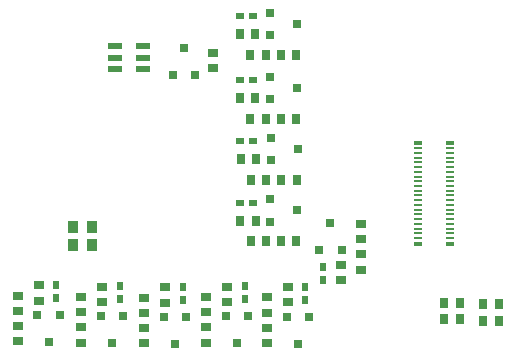
<source format=gbp>
G04*
G04 #@! TF.GenerationSoftware,Altium Limited,Altium Designer,24.6.1 (21)*
G04*
G04 Layer_Color=128*
%FSLAX44Y44*%
%MOMM*%
G71*
G04*
G04 #@! TF.SameCoordinates,1D6BFCF7-E5C1-4F87-9DC2-EC4CBAB5B703*
G04*
G04*
G04 #@! TF.FilePolarity,Positive*
G04*
G01*
G75*
%ADD19R,0.9000X1.0500*%
%ADD22R,0.5000X0.7000*%
%ADD23R,0.8000X0.9500*%
%ADD25R,0.9500X0.8000*%
%ADD57R,0.7620X0.7620*%
%ADD58R,0.7000X0.5000*%
%ADD59R,1.2000X0.6000*%
%ADD60R,0.6600X0.3200*%
%ADD61R,0.6600X0.2000*%
%ADD62R,0.7620X0.7620*%
D19*
X135250Y130750D02*
D03*
X119250D02*
D03*
X135250Y146250D02*
D03*
X119250D02*
D03*
D22*
X330915Y112000D02*
D03*
Y101000D02*
D03*
X212418Y84580D02*
D03*
Y95580D02*
D03*
X158909Y85000D02*
D03*
Y96000D02*
D03*
X105250Y86250D02*
D03*
Y97250D02*
D03*
X316250Y84750D02*
D03*
Y95750D02*
D03*
X264700Y85000D02*
D03*
Y96000D02*
D03*
D23*
X446750Y82250D02*
D03*
X433750D02*
D03*
X446750Y68000D02*
D03*
X433750D02*
D03*
X466750Y81500D02*
D03*
X479750D02*
D03*
X466750Y67000D02*
D03*
X479750D02*
D03*
X274390Y203975D02*
D03*
X261390D02*
D03*
X308890Y186475D02*
D03*
X295890D02*
D03*
X274000Y151750D02*
D03*
X261000D02*
D03*
X308500Y134250D02*
D03*
X295500D02*
D03*
X282750D02*
D03*
X269750D02*
D03*
X283140Y186475D02*
D03*
X270140D02*
D03*
X308250Y238000D02*
D03*
X295250D02*
D03*
X282500D02*
D03*
X269500D02*
D03*
X273750Y255500D02*
D03*
X260750D02*
D03*
X273750Y309500D02*
D03*
X260750D02*
D03*
X282500Y292000D02*
D03*
X269500D02*
D03*
X308250D02*
D03*
X295250D02*
D03*
D25*
X72750Y62500D02*
D03*
Y49500D02*
D03*
X90250Y97000D02*
D03*
Y84000D02*
D03*
X72750Y88250D02*
D03*
Y75250D02*
D03*
X237750Y280500D02*
D03*
Y293500D02*
D03*
X363415Y135750D02*
D03*
Y148750D02*
D03*
X345915Y101250D02*
D03*
Y114250D02*
D03*
X363415Y110000D02*
D03*
Y123000D02*
D03*
X283750Y61000D02*
D03*
Y48000D02*
D03*
X301250Y95500D02*
D03*
Y82500D02*
D03*
X283750Y86750D02*
D03*
Y73750D02*
D03*
X232200Y61250D02*
D03*
Y48250D02*
D03*
X249700Y95750D02*
D03*
Y82750D02*
D03*
X232200Y87000D02*
D03*
Y74000D02*
D03*
X126409D02*
D03*
Y87000D02*
D03*
X143909Y82750D02*
D03*
Y95750D02*
D03*
X126409Y48250D02*
D03*
Y61250D02*
D03*
X179918Y73580D02*
D03*
Y86580D02*
D03*
X197418Y82330D02*
D03*
Y95330D02*
D03*
X179918Y47830D02*
D03*
Y60830D02*
D03*
D57*
X286000Y327550D02*
D03*
Y308500D02*
D03*
X308860Y318025D02*
D03*
Y264025D02*
D03*
X286000Y254500D02*
D03*
Y273550D02*
D03*
X309110Y160275D02*
D03*
X286250Y150750D02*
D03*
Y169800D02*
D03*
X309500Y212500D02*
D03*
X286640Y202975D02*
D03*
Y222025D02*
D03*
D58*
X271500Y324500D02*
D03*
X260500D02*
D03*
X271500Y270500D02*
D03*
X260500D02*
D03*
X272140Y218975D02*
D03*
X261140D02*
D03*
X271750Y166750D02*
D03*
X260750D02*
D03*
D59*
X155250Y280250D02*
D03*
Y289750D02*
D03*
Y299250D02*
D03*
X178250D02*
D03*
Y289750D02*
D03*
Y280250D02*
D03*
D60*
X438550Y132250D02*
D03*
X411450D02*
D03*
X438550Y217750D02*
D03*
X411450D02*
D03*
D61*
Y137000D02*
D03*
X438550D02*
D03*
X411450Y141000D02*
D03*
X438550D02*
D03*
X411450Y145000D02*
D03*
X438550D02*
D03*
X411450Y149000D02*
D03*
X438550D02*
D03*
X411450Y153000D02*
D03*
X438550D02*
D03*
X411450Y157000D02*
D03*
X438550D02*
D03*
X411450Y161000D02*
D03*
X438550D02*
D03*
X411450Y165000D02*
D03*
X438550D02*
D03*
X411450Y169000D02*
D03*
X438550D02*
D03*
X411450Y173000D02*
D03*
X438550D02*
D03*
X411450Y177000D02*
D03*
X438550D02*
D03*
X411450Y181000D02*
D03*
X438550D02*
D03*
X411450Y185000D02*
D03*
X438550D02*
D03*
X411450Y189000D02*
D03*
X438550D02*
D03*
X411450Y193000D02*
D03*
X438550D02*
D03*
X411450Y197000D02*
D03*
X438550D02*
D03*
X411450Y201000D02*
D03*
X438550D02*
D03*
X411450Y205000D02*
D03*
X438550D02*
D03*
X411450Y209000D02*
D03*
X438550D02*
D03*
X411450Y213000D02*
D03*
X438550D02*
D03*
D62*
X108300Y71750D02*
D03*
X89250D02*
D03*
X98775Y48890D02*
D03*
X203950Y274750D02*
D03*
X223000D02*
D03*
X213475Y297610D02*
D03*
X327865Y126500D02*
D03*
X346915D02*
D03*
X337390Y149360D02*
D03*
X319300Y70250D02*
D03*
X300250D02*
D03*
X309775Y47390D02*
D03*
X267750Y70500D02*
D03*
X248700D02*
D03*
X258225Y47640D02*
D03*
X152434D02*
D03*
X142909Y70500D02*
D03*
X161959D02*
D03*
X205943Y47220D02*
D03*
X196418Y70080D02*
D03*
X215468D02*
D03*
M02*

</source>
